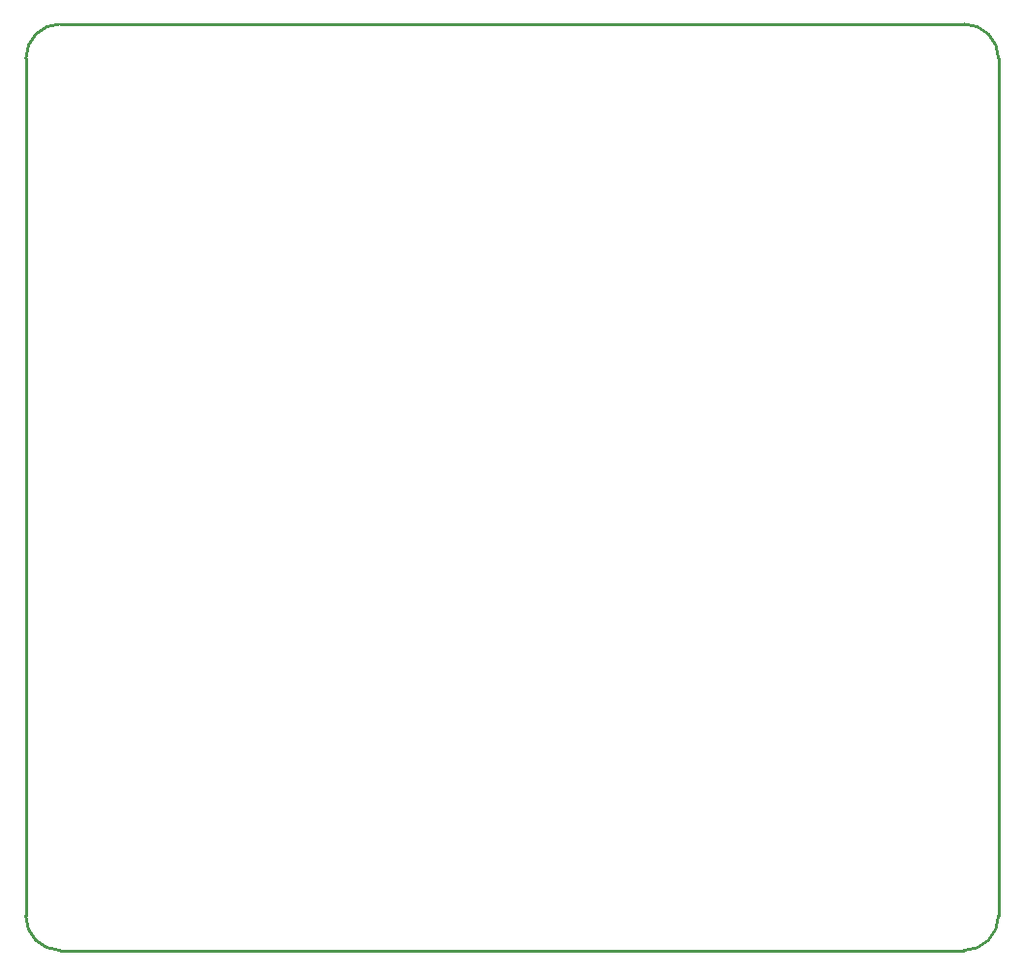
<source format=gm1>
G04 #@! TF.GenerationSoftware,KiCad,Pcbnew,(6.0.0)*
G04 #@! TF.CreationDate,2022-02-12T01:51:37-05:00*
G04 #@! TF.ProjectId,FalconMain,46616c63-6f6e-44d6-9169-6e2e6b696361,1A*
G04 #@! TF.SameCoordinates,Original*
G04 #@! TF.FileFunction,Profile,NP*
%FSLAX46Y46*%
G04 Gerber Fmt 4.6, Leading zero omitted, Abs format (unit mm)*
G04 Created by KiCad (PCBNEW (6.0.0)) date 2022-02-12 01:51:37*
%MOMM*%
%LPD*%
G01*
G04 APERTURE LIST*
G04 #@! TA.AperFunction,Profile*
%ADD10C,0.250000*%
G04 #@! TD*
G04 APERTURE END LIST*
D10*
X191500000Y-60500000D02*
G75*
G03*
X188500000Y-57500000I-3000001J-1D01*
G01*
X188500000Y-138500000D02*
G75*
G03*
X191500000Y-135500000I-1J3000001D01*
G01*
X109500000Y-57500000D02*
X188500000Y-57500000D01*
X191500000Y-60500000D02*
X191500000Y-135500000D01*
X106500000Y-135500000D02*
X106500000Y-60500000D01*
X109500000Y-57500000D02*
G75*
G03*
X106500000Y-60500000I1J-3000001D01*
G01*
X106500000Y-135500000D02*
G75*
G03*
X109500000Y-138500000I3000001J1D01*
G01*
X188500000Y-138500000D02*
X109500000Y-138500000D01*
M02*

</source>
